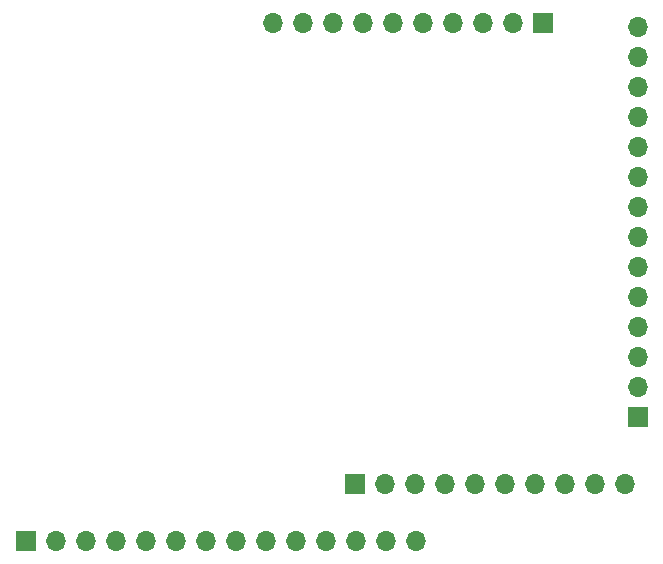
<source format=gbr>
%TF.GenerationSoftware,KiCad,Pcbnew,(5.1.10)-1*%
%TF.CreationDate,2022-01-27T03:50:03-08:00*%
%TF.ProjectId,schematic,73636865-6d61-4746-9963-2e6b69636164,rev?*%
%TF.SameCoordinates,Original*%
%TF.FileFunction,Soldermask,Bot*%
%TF.FilePolarity,Negative*%
%FSLAX46Y46*%
G04 Gerber Fmt 4.6, Leading zero omitted, Abs format (unit mm)*
G04 Created by KiCad (PCBNEW (5.1.10)-1) date 2022-01-27 03:50:03*
%MOMM*%
%LPD*%
G01*
G04 APERTURE LIST*
%ADD10O,1.700000X1.700000*%
%ADD11R,1.700000X1.700000*%
G04 APERTURE END LIST*
D10*
%TO.C,J5*%
X192036700Y-68567300D03*
X192036700Y-71107300D03*
X192036700Y-73647300D03*
X192036700Y-76187300D03*
X192036700Y-78727300D03*
X192036700Y-81267300D03*
X192036700Y-83807300D03*
X192036700Y-86347300D03*
X192036700Y-88887300D03*
X192036700Y-91427300D03*
X192036700Y-93967300D03*
X192036700Y-96507300D03*
X192036700Y-99047300D03*
D11*
X192036700Y-101587300D03*
%TD*%
D10*
%TO.C,J3*%
X161201100Y-68287900D03*
X163741100Y-68287900D03*
X166281100Y-68287900D03*
X168821100Y-68287900D03*
X171361100Y-68287900D03*
X173901100Y-68287900D03*
X176441100Y-68287900D03*
X178981100Y-68287900D03*
X181521100Y-68287900D03*
D11*
X184061100Y-68287900D03*
%TD*%
D10*
%TO.C,J2*%
X190957200Y-107315000D03*
X188417200Y-107315000D03*
X185877200Y-107315000D03*
X183337200Y-107315000D03*
X180797200Y-107315000D03*
X178257200Y-107315000D03*
X175717200Y-107315000D03*
X173177200Y-107315000D03*
X170637200Y-107315000D03*
D11*
X168097200Y-107315000D03*
%TD*%
D10*
%TO.C,J1*%
X173266100Y-112077500D03*
X170726100Y-112077500D03*
X168186100Y-112077500D03*
X165646100Y-112077500D03*
X163106100Y-112077500D03*
X160566100Y-112077500D03*
X158026100Y-112077500D03*
X155486100Y-112077500D03*
X152946100Y-112077500D03*
X150406100Y-112077500D03*
X147866100Y-112077500D03*
X145326100Y-112077500D03*
X142786100Y-112077500D03*
D11*
X140246100Y-112077500D03*
%TD*%
M02*

</source>
